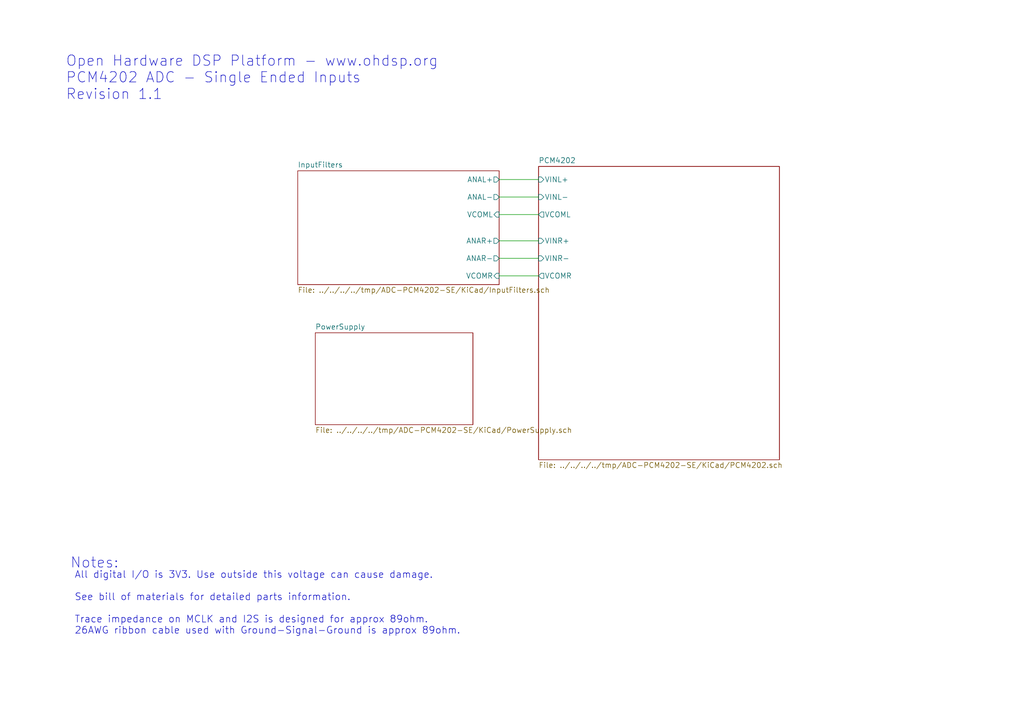
<source format=kicad_sch>
(kicad_sch (version 20230121) (generator eeschema)
  (paper "A4")
  (title_block (title "PCM4202 ADC - Single Ended Inputs") (date "2016-04-20") (rev "1.1") (company "Open Hardware DSP Platform - www.ohdsp.org") (comment 1 "MERCHANTABILITY, SATISFACTORY QUALITY AND FITNESS FOR A PARTICULAR PURPOSE.") (comment 2 "is distributed WITHOUT ANY EXPRESS OR IMPLIED WARRANTY, INCLUDING OF") (comment 3 "Licensed under the TAPR Open Hardware License (www.tapr.org/OHL). This documentation") (comment 4 "Copyright Paul Janicki 2016"))
  (lib_symbols)
  (wire (pts (xy 144.78 62.23) (xy 156.21 62.23)))
  (wire (pts (xy 144.78 74.93) (xy 156.21 74.93)))
  (wire (pts (xy 156.21 80.01) (xy 144.78 80.01)))
  (wire (pts (xy 144.78 52.07) (xy 156.21 52.07)))
  (wire (pts (xy 156.21 69.85) (xy 144.78 69.85)))
  (wire (pts (xy 156.21 57.15) (xy 144.78 57.15)))
  (text "All digital I/O is 3V3. Use outside this voltage can cause damage.\n\nSee bill of materials for detailed parts information.\n\nTrace impedance on MCLK and I2S is designed for approx 89ohm.\n26AWG ribbon cable used with Ground-Signal-Ground is approx 89ohm." (at 21.59 184.15 0) (effects (font (size 2.0066 2.0066)) (justify left bottom)))
  (text "Notes:\n" (at 20.32 165.1 0) (effects (font (size 2.9972 2.9972)) (justify left bottom)))
  (text "Open Hardware DSP Platform - www.ohdsp.org\nPCM4202 ADC - Single Ended Inputs\nRevision 1.1" (at 19.05 29.21 0) (effects (font (size 2.9972 2.9972)) (justify left bottom)))
  (sheet (at 91.44 96.52) (size 45.72 26.67)
    (property "Sheetname" "PowerSupply" (at 91.44 95.6814 0) (effects (font (size 1.524 1.524)) (justify left bottom)))
    (property "Sheetfile" "../../../../tmp/ADC-PCM4202-SE/KiCad/PowerSupply.sch" (at 91.44 123.8762 0) (effects (font (size 1.524 1.524)) (justify left top)))
  )
  (sheet (at 156.21 48.26) (size 69.85 85.09)
    (property "Sheetname" "PCM4202" (at 156.21 47.4214 0) (effects (font (size 1.524 1.524)) (justify left bottom)))
    (property "Sheetfile" "../../../../tmp/ADC-PCM4202-SE/KiCad/PCM4202.sch" (at 156.21 134.0362 0) (effects (font (size 1.524 1.524)) (justify left top)))
    (pin "VINR+" input (at 156.21 69.85 180) (effects (font (size 1.524 1.524))))
    (pin "VINR-" input (at 156.21 74.93 180) (effects (font (size 1.524 1.524))))
    (pin "VINL+" input (at 156.21 52.07 180) (effects (font (size 1.524 1.524))))
    (pin "VINL-" input (at 156.21 57.15 180) (effects (font (size 1.524 1.524))))
    (pin "VCOML" output (at 156.21 62.23 180) (effects (font (size 1.524 1.524))))
    (pin "VCOMR" output (at 156.21 80.01 180) (effects (font (size 1.524 1.524))))
  )
  (sheet (at 86.36 49.53) (size 58.42 33.02)
    (property "Sheetname" "InputFilters" (at 86.36 48.6914 0) (effects (font (size 1.524 1.524)) (justify left bottom)))
    (property "Sheetfile" "../../../../tmp/ADC-PCM4202-SE/KiCad/InputFilters.sch" (at 86.36 83.2362 0) (effects (font (size 1.524 1.524)) (justify left top)))
    (pin "VCOML" input (at 144.78 62.23 0) (effects (font (size 1.524 1.524))))
    (pin "ANAL+" output (at 144.78 52.07 0) (effects (font (size 1.524 1.524))))
    (pin "ANAL-" output (at 144.78 57.15 0) (effects (font (size 1.524 1.524))))
    (pin "ANAR+" output (at 144.78 69.85 0) (effects (font (size 1.524 1.524))))
    (pin "ANAR-" output (at 144.78 74.93 0) (effects (font (size 1.524 1.524))))
    (pin "VCOMR" input (at 144.78 80.01 0) (effects (font (size 1.524 1.524))))
  )
)
</source>
